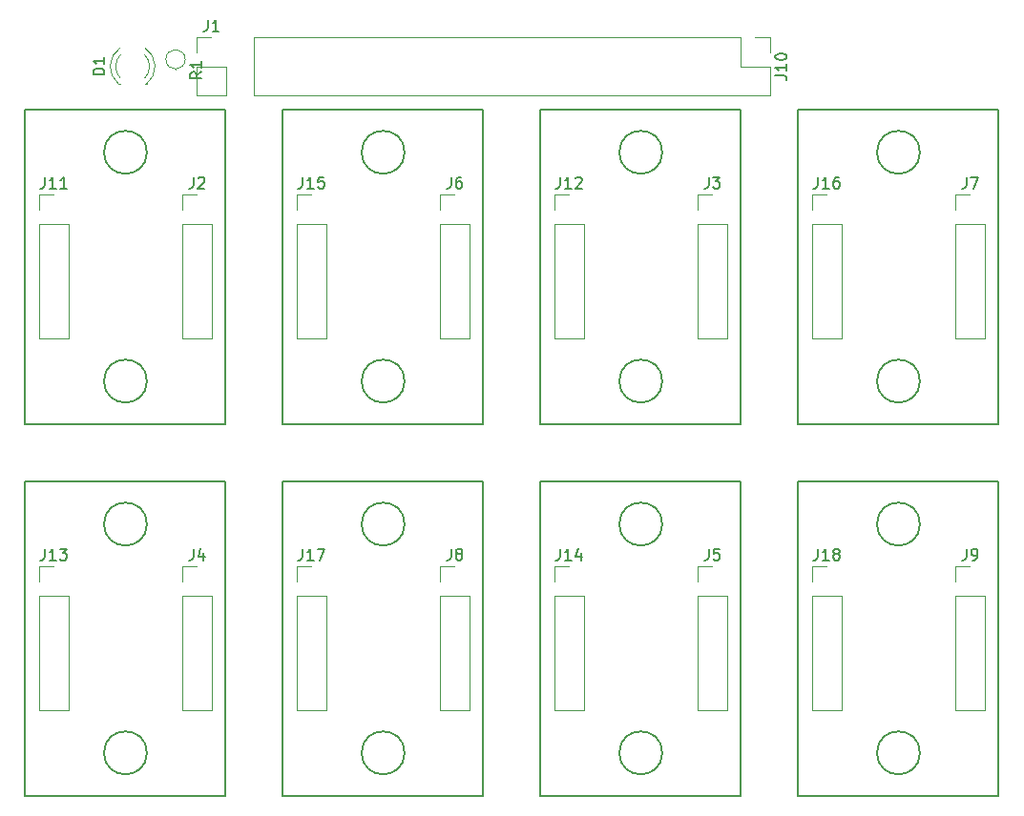
<source format=gbr>
%TF.GenerationSoftware,KiCad,Pcbnew,(5.1.10)-1*%
%TF.CreationDate,2021-11-06T18:59:30+11:00*%
%TF.ProjectId,pannel_subboard,70616e6e-656c-45f7-9375-62626f617264,rev?*%
%TF.SameCoordinates,Original*%
%TF.FileFunction,Legend,Top*%
%TF.FilePolarity,Positive*%
%FSLAX46Y46*%
G04 Gerber Fmt 4.6, Leading zero omitted, Abs format (unit mm)*
G04 Created by KiCad (PCBNEW (5.1.10)-1) date 2021-11-06 18:59:30*
%MOMM*%
%LPD*%
G01*
G04 APERTURE LIST*
%ADD10C,0.150000*%
%ADD11C,0.120000*%
G04 APERTURE END LIST*
D10*
X120015000Y-98475000D02*
X137795000Y-98475000D01*
X137795000Y-98475000D02*
X137795000Y-126415000D01*
X120015000Y-126415000D02*
X120015000Y-98475000D01*
X130810000Y-122605000D02*
G75*
G03*
X130810000Y-122605000I-1905000J0D01*
G01*
X130810000Y-102285000D02*
G75*
G03*
X130810000Y-102285000I-1905000J0D01*
G01*
X137795000Y-126415000D02*
X120015000Y-126415000D01*
X97155000Y-98475000D02*
X114935000Y-98475000D01*
X114935000Y-98475000D02*
X114935000Y-126415000D01*
X97155000Y-126415000D02*
X97155000Y-98475000D01*
X107950000Y-122605000D02*
G75*
G03*
X107950000Y-122605000I-1905000J0D01*
G01*
X107950000Y-102285000D02*
G75*
G03*
X107950000Y-102285000I-1905000J0D01*
G01*
X114935000Y-126415000D02*
X97155000Y-126415000D01*
X120015000Y-65455000D02*
X137795000Y-65455000D01*
X137795000Y-65455000D02*
X137795000Y-93395000D01*
X120015000Y-93395000D02*
X120015000Y-65455000D01*
X130810000Y-89585000D02*
G75*
G03*
X130810000Y-89585000I-1905000J0D01*
G01*
X130810000Y-69265000D02*
G75*
G03*
X130810000Y-69265000I-1905000J0D01*
G01*
X137795000Y-93395000D02*
X120015000Y-93395000D01*
X97155000Y-65455000D02*
X114935000Y-65455000D01*
X114935000Y-65455000D02*
X114935000Y-93395000D01*
X97155000Y-93395000D02*
X97155000Y-65455000D01*
X107950000Y-89585000D02*
G75*
G03*
X107950000Y-89585000I-1905000J0D01*
G01*
X107950000Y-69265000D02*
G75*
G03*
X107950000Y-69265000I-1905000J0D01*
G01*
X114935000Y-93395000D02*
X97155000Y-93395000D01*
X142875000Y-65455000D02*
X160655000Y-65455000D01*
X160655000Y-65455000D02*
X160655000Y-93395000D01*
X142875000Y-93395000D02*
X142875000Y-65455000D01*
X153670000Y-89585000D02*
G75*
G03*
X153670000Y-89585000I-1905000J0D01*
G01*
X153670000Y-69265000D02*
G75*
G03*
X153670000Y-69265000I-1905000J0D01*
G01*
X160655000Y-93395000D02*
X142875000Y-93395000D01*
X142875000Y-98475000D02*
X160655000Y-98475000D01*
X160655000Y-98475000D02*
X160655000Y-126415000D01*
X142875000Y-126415000D02*
X142875000Y-98475000D01*
X153670000Y-122605000D02*
G75*
G03*
X153670000Y-122605000I-1905000J0D01*
G01*
X153670000Y-102285000D02*
G75*
G03*
X153670000Y-102285000I-1905000J0D01*
G01*
X160655000Y-126415000D02*
X142875000Y-126415000D01*
X74295000Y-98475000D02*
X92075000Y-98475000D01*
X92075000Y-98475000D02*
X92075000Y-126415000D01*
X74295000Y-126415000D02*
X74295000Y-98475000D01*
X85090000Y-122605000D02*
G75*
G03*
X85090000Y-122605000I-1905000J0D01*
G01*
X85090000Y-102285000D02*
G75*
G03*
X85090000Y-102285000I-1905000J0D01*
G01*
X92075000Y-126415000D02*
X74295000Y-126415000D01*
X74295000Y-65455000D02*
X92075000Y-65455000D01*
X92075000Y-65455000D02*
X92075000Y-93395000D01*
X74295000Y-93395000D02*
X74295000Y-65455000D01*
X85090000Y-89585000D02*
G75*
G03*
X85090000Y-89585000I-1905000J0D01*
G01*
X85090000Y-69265000D02*
G75*
G03*
X85090000Y-69265000I-1905000J0D01*
G01*
X92075000Y-93395000D02*
X74295000Y-93395000D01*
D11*
%TO.C,J18*%
X144085000Y-106035000D02*
X145415000Y-106035000D01*
X144085000Y-107365000D02*
X144085000Y-106035000D01*
X144085000Y-108635000D02*
X146745000Y-108635000D01*
X146745000Y-108635000D02*
X146745000Y-118855000D01*
X144085000Y-108635000D02*
X144085000Y-118855000D01*
X144085000Y-118855000D02*
X146745000Y-118855000D01*
%TO.C,J17*%
X98365000Y-106035000D02*
X99695000Y-106035000D01*
X98365000Y-107365000D02*
X98365000Y-106035000D01*
X98365000Y-108635000D02*
X101025000Y-108635000D01*
X101025000Y-108635000D02*
X101025000Y-118855000D01*
X98365000Y-108635000D02*
X98365000Y-118855000D01*
X98365000Y-118855000D02*
X101025000Y-118855000D01*
%TO.C,J16*%
X144085000Y-73015000D02*
X145415000Y-73015000D01*
X144085000Y-74345000D02*
X144085000Y-73015000D01*
X144085000Y-75615000D02*
X146745000Y-75615000D01*
X146745000Y-75615000D02*
X146745000Y-85835000D01*
X144085000Y-75615000D02*
X144085000Y-85835000D01*
X144085000Y-85835000D02*
X146745000Y-85835000D01*
%TO.C,J15*%
X98365000Y-73015000D02*
X99695000Y-73015000D01*
X98365000Y-74345000D02*
X98365000Y-73015000D01*
X98365000Y-75615000D02*
X101025000Y-75615000D01*
X101025000Y-75615000D02*
X101025000Y-85835000D01*
X98365000Y-75615000D02*
X98365000Y-85835000D01*
X98365000Y-85835000D02*
X101025000Y-85835000D01*
%TO.C,J14*%
X121225000Y-106035000D02*
X122555000Y-106035000D01*
X121225000Y-107365000D02*
X121225000Y-106035000D01*
X121225000Y-108635000D02*
X123885000Y-108635000D01*
X123885000Y-108635000D02*
X123885000Y-118855000D01*
X121225000Y-108635000D02*
X121225000Y-118855000D01*
X121225000Y-118855000D02*
X123885000Y-118855000D01*
%TO.C,J13*%
X75505000Y-106035000D02*
X76835000Y-106035000D01*
X75505000Y-107365000D02*
X75505000Y-106035000D01*
X75505000Y-108635000D02*
X78165000Y-108635000D01*
X78165000Y-108635000D02*
X78165000Y-118855000D01*
X75505000Y-108635000D02*
X75505000Y-118855000D01*
X75505000Y-118855000D02*
X78165000Y-118855000D01*
%TO.C,J12*%
X121225000Y-73015000D02*
X122555000Y-73015000D01*
X121225000Y-74345000D02*
X121225000Y-73015000D01*
X121225000Y-75615000D02*
X123885000Y-75615000D01*
X123885000Y-75615000D02*
X123885000Y-85835000D01*
X121225000Y-75615000D02*
X121225000Y-85835000D01*
X121225000Y-85835000D02*
X123885000Y-85835000D01*
%TO.C,J11*%
X75505000Y-73015000D02*
X76835000Y-73015000D01*
X75505000Y-74345000D02*
X75505000Y-73015000D01*
X75505000Y-75615000D02*
X78165000Y-75615000D01*
X78165000Y-75615000D02*
X78165000Y-85835000D01*
X75505000Y-75615000D02*
X75505000Y-85835000D01*
X75505000Y-85835000D02*
X78165000Y-85835000D01*
%TO.C,J10*%
X94555000Y-59045000D02*
X94555000Y-64245000D01*
X137795000Y-59045000D02*
X94555000Y-59045000D01*
X140395000Y-64245000D02*
X94555000Y-64245000D01*
X137795000Y-59045000D02*
X137795000Y-61645000D01*
X137795000Y-61645000D02*
X140395000Y-61645000D01*
X140395000Y-61645000D02*
X140395000Y-64245000D01*
X139065000Y-59045000D02*
X140395000Y-59045000D01*
X140395000Y-59045000D02*
X140395000Y-60375000D01*
%TO.C,R1*%
X88490000Y-61010000D02*
G75*
G03*
X88490000Y-61010000I-860000J0D01*
G01*
X87630000Y-61870000D02*
X87630000Y-61910000D01*
%TO.C,J9*%
X156785000Y-118855000D02*
X159445000Y-118855000D01*
X156785000Y-108635000D02*
X156785000Y-118855000D01*
X159445000Y-108635000D02*
X159445000Y-118855000D01*
X156785000Y-108635000D02*
X159445000Y-108635000D01*
X156785000Y-107365000D02*
X156785000Y-106035000D01*
X156785000Y-106035000D02*
X158115000Y-106035000D01*
%TO.C,J8*%
X111065000Y-118855000D02*
X113725000Y-118855000D01*
X111065000Y-108635000D02*
X111065000Y-118855000D01*
X113725000Y-108635000D02*
X113725000Y-118855000D01*
X111065000Y-108635000D02*
X113725000Y-108635000D01*
X111065000Y-107365000D02*
X111065000Y-106035000D01*
X111065000Y-106035000D02*
X112395000Y-106035000D01*
%TO.C,J7*%
X156785000Y-85835000D02*
X159445000Y-85835000D01*
X156785000Y-75615000D02*
X156785000Y-85835000D01*
X159445000Y-75615000D02*
X159445000Y-85835000D01*
X156785000Y-75615000D02*
X159445000Y-75615000D01*
X156785000Y-74345000D02*
X156785000Y-73015000D01*
X156785000Y-73015000D02*
X158115000Y-73015000D01*
%TO.C,J6*%
X111065000Y-85835000D02*
X113725000Y-85835000D01*
X111065000Y-75615000D02*
X111065000Y-85835000D01*
X113725000Y-75615000D02*
X113725000Y-85835000D01*
X111065000Y-75615000D02*
X113725000Y-75615000D01*
X111065000Y-74345000D02*
X111065000Y-73015000D01*
X111065000Y-73015000D02*
X112395000Y-73015000D01*
%TO.C,J5*%
X133925000Y-118855000D02*
X136585000Y-118855000D01*
X133925000Y-108635000D02*
X133925000Y-118855000D01*
X136585000Y-108635000D02*
X136585000Y-118855000D01*
X133925000Y-108635000D02*
X136585000Y-108635000D01*
X133925000Y-107365000D02*
X133925000Y-106035000D01*
X133925000Y-106035000D02*
X135255000Y-106035000D01*
%TO.C,J4*%
X88205000Y-118855000D02*
X90865000Y-118855000D01*
X88205000Y-108635000D02*
X88205000Y-118855000D01*
X90865000Y-108635000D02*
X90865000Y-118855000D01*
X88205000Y-108635000D02*
X90865000Y-108635000D01*
X88205000Y-107365000D02*
X88205000Y-106035000D01*
X88205000Y-106035000D02*
X89535000Y-106035000D01*
%TO.C,J3*%
X133925000Y-85835000D02*
X136585000Y-85835000D01*
X133925000Y-75615000D02*
X133925000Y-85835000D01*
X136585000Y-75615000D02*
X136585000Y-85835000D01*
X133925000Y-75615000D02*
X136585000Y-75615000D01*
X133925000Y-74345000D02*
X133925000Y-73015000D01*
X133925000Y-73015000D02*
X135255000Y-73015000D01*
%TO.C,J2*%
X88205000Y-85835000D02*
X90865000Y-85835000D01*
X88205000Y-75615000D02*
X88205000Y-85835000D01*
X90865000Y-75615000D02*
X90865000Y-85835000D01*
X88205000Y-75615000D02*
X90865000Y-75615000D01*
X88205000Y-74345000D02*
X88205000Y-73015000D01*
X88205000Y-73015000D02*
X89535000Y-73015000D01*
%TO.C,J1*%
X89475000Y-64245000D02*
X92135000Y-64245000D01*
X89475000Y-61645000D02*
X89475000Y-64245000D01*
X92135000Y-61645000D02*
X92135000Y-64245000D01*
X89475000Y-61645000D02*
X92135000Y-61645000D01*
X89475000Y-60375000D02*
X89475000Y-59045000D01*
X89475000Y-59045000D02*
X90805000Y-59045000D01*
%TO.C,D1*%
X82584000Y-63205000D02*
X82740000Y-63205000D01*
X84900000Y-63205000D02*
X85056000Y-63205000D01*
X82741392Y-59972665D02*
G75*
G03*
X82584484Y-63205000I1078608J-1672335D01*
G01*
X84898608Y-59972665D02*
G75*
G02*
X85055516Y-63205000I-1078608J-1672335D01*
G01*
X82740163Y-60603870D02*
G75*
G03*
X82740000Y-62685961I1079837J-1041130D01*
G01*
X84899837Y-60603870D02*
G75*
G02*
X84900000Y-62685961I-1079837J-1041130D01*
G01*
%TO.C,J18*%
D10*
X144605476Y-104487380D02*
X144605476Y-105201666D01*
X144557857Y-105344523D01*
X144462619Y-105439761D01*
X144319761Y-105487380D01*
X144224523Y-105487380D01*
X145605476Y-105487380D02*
X145034047Y-105487380D01*
X145319761Y-105487380D02*
X145319761Y-104487380D01*
X145224523Y-104630238D01*
X145129285Y-104725476D01*
X145034047Y-104773095D01*
X146176904Y-104915952D02*
X146081666Y-104868333D01*
X146034047Y-104820714D01*
X145986428Y-104725476D01*
X145986428Y-104677857D01*
X146034047Y-104582619D01*
X146081666Y-104535000D01*
X146176904Y-104487380D01*
X146367380Y-104487380D01*
X146462619Y-104535000D01*
X146510238Y-104582619D01*
X146557857Y-104677857D01*
X146557857Y-104725476D01*
X146510238Y-104820714D01*
X146462619Y-104868333D01*
X146367380Y-104915952D01*
X146176904Y-104915952D01*
X146081666Y-104963571D01*
X146034047Y-105011190D01*
X145986428Y-105106428D01*
X145986428Y-105296904D01*
X146034047Y-105392142D01*
X146081666Y-105439761D01*
X146176904Y-105487380D01*
X146367380Y-105487380D01*
X146462619Y-105439761D01*
X146510238Y-105392142D01*
X146557857Y-105296904D01*
X146557857Y-105106428D01*
X146510238Y-105011190D01*
X146462619Y-104963571D01*
X146367380Y-104915952D01*
%TO.C,J17*%
X98885476Y-104487380D02*
X98885476Y-105201666D01*
X98837857Y-105344523D01*
X98742619Y-105439761D01*
X98599761Y-105487380D01*
X98504523Y-105487380D01*
X99885476Y-105487380D02*
X99314047Y-105487380D01*
X99599761Y-105487380D02*
X99599761Y-104487380D01*
X99504523Y-104630238D01*
X99409285Y-104725476D01*
X99314047Y-104773095D01*
X100218809Y-104487380D02*
X100885476Y-104487380D01*
X100456904Y-105487380D01*
%TO.C,J16*%
X144605476Y-71467380D02*
X144605476Y-72181666D01*
X144557857Y-72324523D01*
X144462619Y-72419761D01*
X144319761Y-72467380D01*
X144224523Y-72467380D01*
X145605476Y-72467380D02*
X145034047Y-72467380D01*
X145319761Y-72467380D02*
X145319761Y-71467380D01*
X145224523Y-71610238D01*
X145129285Y-71705476D01*
X145034047Y-71753095D01*
X146462619Y-71467380D02*
X146272142Y-71467380D01*
X146176904Y-71515000D01*
X146129285Y-71562619D01*
X146034047Y-71705476D01*
X145986428Y-71895952D01*
X145986428Y-72276904D01*
X146034047Y-72372142D01*
X146081666Y-72419761D01*
X146176904Y-72467380D01*
X146367380Y-72467380D01*
X146462619Y-72419761D01*
X146510238Y-72372142D01*
X146557857Y-72276904D01*
X146557857Y-72038809D01*
X146510238Y-71943571D01*
X146462619Y-71895952D01*
X146367380Y-71848333D01*
X146176904Y-71848333D01*
X146081666Y-71895952D01*
X146034047Y-71943571D01*
X145986428Y-72038809D01*
%TO.C,J15*%
X98885476Y-71467380D02*
X98885476Y-72181666D01*
X98837857Y-72324523D01*
X98742619Y-72419761D01*
X98599761Y-72467380D01*
X98504523Y-72467380D01*
X99885476Y-72467380D02*
X99314047Y-72467380D01*
X99599761Y-72467380D02*
X99599761Y-71467380D01*
X99504523Y-71610238D01*
X99409285Y-71705476D01*
X99314047Y-71753095D01*
X100790238Y-71467380D02*
X100314047Y-71467380D01*
X100266428Y-71943571D01*
X100314047Y-71895952D01*
X100409285Y-71848333D01*
X100647380Y-71848333D01*
X100742619Y-71895952D01*
X100790238Y-71943571D01*
X100837857Y-72038809D01*
X100837857Y-72276904D01*
X100790238Y-72372142D01*
X100742619Y-72419761D01*
X100647380Y-72467380D01*
X100409285Y-72467380D01*
X100314047Y-72419761D01*
X100266428Y-72372142D01*
%TO.C,J14*%
X121745476Y-104487380D02*
X121745476Y-105201666D01*
X121697857Y-105344523D01*
X121602619Y-105439761D01*
X121459761Y-105487380D01*
X121364523Y-105487380D01*
X122745476Y-105487380D02*
X122174047Y-105487380D01*
X122459761Y-105487380D02*
X122459761Y-104487380D01*
X122364523Y-104630238D01*
X122269285Y-104725476D01*
X122174047Y-104773095D01*
X123602619Y-104820714D02*
X123602619Y-105487380D01*
X123364523Y-104439761D02*
X123126428Y-105154047D01*
X123745476Y-105154047D01*
%TO.C,J13*%
X76025476Y-104487380D02*
X76025476Y-105201666D01*
X75977857Y-105344523D01*
X75882619Y-105439761D01*
X75739761Y-105487380D01*
X75644523Y-105487380D01*
X77025476Y-105487380D02*
X76454047Y-105487380D01*
X76739761Y-105487380D02*
X76739761Y-104487380D01*
X76644523Y-104630238D01*
X76549285Y-104725476D01*
X76454047Y-104773095D01*
X77358809Y-104487380D02*
X77977857Y-104487380D01*
X77644523Y-104868333D01*
X77787380Y-104868333D01*
X77882619Y-104915952D01*
X77930238Y-104963571D01*
X77977857Y-105058809D01*
X77977857Y-105296904D01*
X77930238Y-105392142D01*
X77882619Y-105439761D01*
X77787380Y-105487380D01*
X77501666Y-105487380D01*
X77406428Y-105439761D01*
X77358809Y-105392142D01*
%TO.C,J12*%
X121745476Y-71467380D02*
X121745476Y-72181666D01*
X121697857Y-72324523D01*
X121602619Y-72419761D01*
X121459761Y-72467380D01*
X121364523Y-72467380D01*
X122745476Y-72467380D02*
X122174047Y-72467380D01*
X122459761Y-72467380D02*
X122459761Y-71467380D01*
X122364523Y-71610238D01*
X122269285Y-71705476D01*
X122174047Y-71753095D01*
X123126428Y-71562619D02*
X123174047Y-71515000D01*
X123269285Y-71467380D01*
X123507380Y-71467380D01*
X123602619Y-71515000D01*
X123650238Y-71562619D01*
X123697857Y-71657857D01*
X123697857Y-71753095D01*
X123650238Y-71895952D01*
X123078809Y-72467380D01*
X123697857Y-72467380D01*
%TO.C,J11*%
X76025476Y-71467380D02*
X76025476Y-72181666D01*
X75977857Y-72324523D01*
X75882619Y-72419761D01*
X75739761Y-72467380D01*
X75644523Y-72467380D01*
X77025476Y-72467380D02*
X76454047Y-72467380D01*
X76739761Y-72467380D02*
X76739761Y-71467380D01*
X76644523Y-71610238D01*
X76549285Y-71705476D01*
X76454047Y-71753095D01*
X77977857Y-72467380D02*
X77406428Y-72467380D01*
X77692142Y-72467380D02*
X77692142Y-71467380D01*
X77596904Y-71610238D01*
X77501666Y-71705476D01*
X77406428Y-71753095D01*
%TO.C,J10*%
X140847380Y-62454523D02*
X141561666Y-62454523D01*
X141704523Y-62502142D01*
X141799761Y-62597380D01*
X141847380Y-62740238D01*
X141847380Y-62835476D01*
X141847380Y-61454523D02*
X141847380Y-62025952D01*
X141847380Y-61740238D02*
X140847380Y-61740238D01*
X140990238Y-61835476D01*
X141085476Y-61930714D01*
X141133095Y-62025952D01*
X140847380Y-60835476D02*
X140847380Y-60740238D01*
X140895000Y-60645000D01*
X140942619Y-60597380D01*
X141037857Y-60549761D01*
X141228333Y-60502142D01*
X141466428Y-60502142D01*
X141656904Y-60549761D01*
X141752142Y-60597380D01*
X141799761Y-60645000D01*
X141847380Y-60740238D01*
X141847380Y-60835476D01*
X141799761Y-60930714D01*
X141752142Y-60978333D01*
X141656904Y-61025952D01*
X141466428Y-61073571D01*
X141228333Y-61073571D01*
X141037857Y-61025952D01*
X140942619Y-60978333D01*
X140895000Y-60930714D01*
X140847380Y-60835476D01*
%TO.C,R1*%
X89942380Y-62126666D02*
X89466190Y-62460000D01*
X89942380Y-62698095D02*
X88942380Y-62698095D01*
X88942380Y-62317142D01*
X88990000Y-62221904D01*
X89037619Y-62174285D01*
X89132857Y-62126666D01*
X89275714Y-62126666D01*
X89370952Y-62174285D01*
X89418571Y-62221904D01*
X89466190Y-62317142D01*
X89466190Y-62698095D01*
X89942380Y-61174285D02*
X89942380Y-61745714D01*
X89942380Y-61460000D02*
X88942380Y-61460000D01*
X89085238Y-61555238D01*
X89180476Y-61650476D01*
X89228095Y-61745714D01*
%TO.C,J9*%
X157781666Y-104487380D02*
X157781666Y-105201666D01*
X157734047Y-105344523D01*
X157638809Y-105439761D01*
X157495952Y-105487380D01*
X157400714Y-105487380D01*
X158305476Y-105487380D02*
X158495952Y-105487380D01*
X158591190Y-105439761D01*
X158638809Y-105392142D01*
X158734047Y-105249285D01*
X158781666Y-105058809D01*
X158781666Y-104677857D01*
X158734047Y-104582619D01*
X158686428Y-104535000D01*
X158591190Y-104487380D01*
X158400714Y-104487380D01*
X158305476Y-104535000D01*
X158257857Y-104582619D01*
X158210238Y-104677857D01*
X158210238Y-104915952D01*
X158257857Y-105011190D01*
X158305476Y-105058809D01*
X158400714Y-105106428D01*
X158591190Y-105106428D01*
X158686428Y-105058809D01*
X158734047Y-105011190D01*
X158781666Y-104915952D01*
%TO.C,J8*%
X112061666Y-104487380D02*
X112061666Y-105201666D01*
X112014047Y-105344523D01*
X111918809Y-105439761D01*
X111775952Y-105487380D01*
X111680714Y-105487380D01*
X112680714Y-104915952D02*
X112585476Y-104868333D01*
X112537857Y-104820714D01*
X112490238Y-104725476D01*
X112490238Y-104677857D01*
X112537857Y-104582619D01*
X112585476Y-104535000D01*
X112680714Y-104487380D01*
X112871190Y-104487380D01*
X112966428Y-104535000D01*
X113014047Y-104582619D01*
X113061666Y-104677857D01*
X113061666Y-104725476D01*
X113014047Y-104820714D01*
X112966428Y-104868333D01*
X112871190Y-104915952D01*
X112680714Y-104915952D01*
X112585476Y-104963571D01*
X112537857Y-105011190D01*
X112490238Y-105106428D01*
X112490238Y-105296904D01*
X112537857Y-105392142D01*
X112585476Y-105439761D01*
X112680714Y-105487380D01*
X112871190Y-105487380D01*
X112966428Y-105439761D01*
X113014047Y-105392142D01*
X113061666Y-105296904D01*
X113061666Y-105106428D01*
X113014047Y-105011190D01*
X112966428Y-104963571D01*
X112871190Y-104915952D01*
%TO.C,J7*%
X157781666Y-71467380D02*
X157781666Y-72181666D01*
X157734047Y-72324523D01*
X157638809Y-72419761D01*
X157495952Y-72467380D01*
X157400714Y-72467380D01*
X158162619Y-71467380D02*
X158829285Y-71467380D01*
X158400714Y-72467380D01*
%TO.C,J6*%
X112061666Y-71467380D02*
X112061666Y-72181666D01*
X112014047Y-72324523D01*
X111918809Y-72419761D01*
X111775952Y-72467380D01*
X111680714Y-72467380D01*
X112966428Y-71467380D02*
X112775952Y-71467380D01*
X112680714Y-71515000D01*
X112633095Y-71562619D01*
X112537857Y-71705476D01*
X112490238Y-71895952D01*
X112490238Y-72276904D01*
X112537857Y-72372142D01*
X112585476Y-72419761D01*
X112680714Y-72467380D01*
X112871190Y-72467380D01*
X112966428Y-72419761D01*
X113014047Y-72372142D01*
X113061666Y-72276904D01*
X113061666Y-72038809D01*
X113014047Y-71943571D01*
X112966428Y-71895952D01*
X112871190Y-71848333D01*
X112680714Y-71848333D01*
X112585476Y-71895952D01*
X112537857Y-71943571D01*
X112490238Y-72038809D01*
%TO.C,J5*%
X134921666Y-104487380D02*
X134921666Y-105201666D01*
X134874047Y-105344523D01*
X134778809Y-105439761D01*
X134635952Y-105487380D01*
X134540714Y-105487380D01*
X135874047Y-104487380D02*
X135397857Y-104487380D01*
X135350238Y-104963571D01*
X135397857Y-104915952D01*
X135493095Y-104868333D01*
X135731190Y-104868333D01*
X135826428Y-104915952D01*
X135874047Y-104963571D01*
X135921666Y-105058809D01*
X135921666Y-105296904D01*
X135874047Y-105392142D01*
X135826428Y-105439761D01*
X135731190Y-105487380D01*
X135493095Y-105487380D01*
X135397857Y-105439761D01*
X135350238Y-105392142D01*
%TO.C,J4*%
X89201666Y-104487380D02*
X89201666Y-105201666D01*
X89154047Y-105344523D01*
X89058809Y-105439761D01*
X88915952Y-105487380D01*
X88820714Y-105487380D01*
X90106428Y-104820714D02*
X90106428Y-105487380D01*
X89868333Y-104439761D02*
X89630238Y-105154047D01*
X90249285Y-105154047D01*
%TO.C,J3*%
X134921666Y-71467380D02*
X134921666Y-72181666D01*
X134874047Y-72324523D01*
X134778809Y-72419761D01*
X134635952Y-72467380D01*
X134540714Y-72467380D01*
X135302619Y-71467380D02*
X135921666Y-71467380D01*
X135588333Y-71848333D01*
X135731190Y-71848333D01*
X135826428Y-71895952D01*
X135874047Y-71943571D01*
X135921666Y-72038809D01*
X135921666Y-72276904D01*
X135874047Y-72372142D01*
X135826428Y-72419761D01*
X135731190Y-72467380D01*
X135445476Y-72467380D01*
X135350238Y-72419761D01*
X135302619Y-72372142D01*
%TO.C,J2*%
X89201666Y-71467380D02*
X89201666Y-72181666D01*
X89154047Y-72324523D01*
X89058809Y-72419761D01*
X88915952Y-72467380D01*
X88820714Y-72467380D01*
X89630238Y-71562619D02*
X89677857Y-71515000D01*
X89773095Y-71467380D01*
X90011190Y-71467380D01*
X90106428Y-71515000D01*
X90154047Y-71562619D01*
X90201666Y-71657857D01*
X90201666Y-71753095D01*
X90154047Y-71895952D01*
X89582619Y-72467380D01*
X90201666Y-72467380D01*
%TO.C,J1*%
X90471666Y-57497380D02*
X90471666Y-58211666D01*
X90424047Y-58354523D01*
X90328809Y-58449761D01*
X90185952Y-58497380D01*
X90090714Y-58497380D01*
X91471666Y-58497380D02*
X90900238Y-58497380D01*
X91185952Y-58497380D02*
X91185952Y-57497380D01*
X91090714Y-57640238D01*
X90995476Y-57735476D01*
X90900238Y-57783095D01*
%TO.C,D1*%
X81312380Y-62383095D02*
X80312380Y-62383095D01*
X80312380Y-62145000D01*
X80360000Y-62002142D01*
X80455238Y-61906904D01*
X80550476Y-61859285D01*
X80740952Y-61811666D01*
X80883809Y-61811666D01*
X81074285Y-61859285D01*
X81169523Y-61906904D01*
X81264761Y-62002142D01*
X81312380Y-62145000D01*
X81312380Y-62383095D01*
X81312380Y-60859285D02*
X81312380Y-61430714D01*
X81312380Y-61145000D02*
X80312380Y-61145000D01*
X80455238Y-61240238D01*
X80550476Y-61335476D01*
X80598095Y-61430714D01*
%TD*%
M02*

</source>
